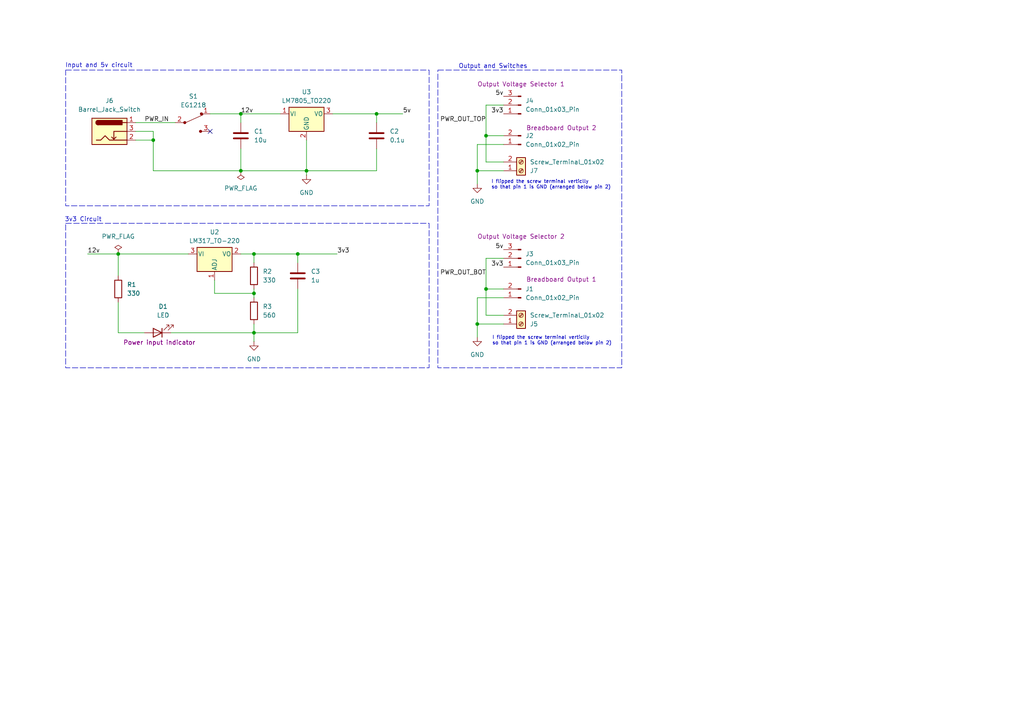
<source format=kicad_sch>
(kicad_sch (version 20231120) (generator "eeschema") (generator_version "8.0")
  (paper "A4")
  (title_block (title "Breadboard Power Supply") (date "2024-03-17") (rev "1.0") (company "GG Engenharia"))
  (lib_symbols
    (symbol "Connector:Barrel_Jack_Switch" (pin_names hide)
      (property "Reference" "J" (at 0 5.334 0))
      (property "Value" "Barrel_Jack_Switch" (at 0 -5.08 0))
      (symbol "Barrel_Jack_Switch_0_1"
        (rectangle (start -5.08 3.81) (end 5.08 -3.81) (stroke (width 0.254)) (fill (type background)))
        (arc (start -3.302 3.175) (mid -3.9343 2.54) (end -3.302 1.905) (stroke (width 0.254)))
        (arc (start -3.302 3.175) (mid -3.9343 2.54) (end -3.302 1.905) (stroke (width 0.254)) (fill (type outline)))
        (polyline (pts (xy 1.27 -2.286) (xy 1.905 -1.651)) (stroke (width 0.254)))
        (polyline (pts (xy 5.08 2.54) (xy 3.81 2.54)) (stroke (width 0.254)))
        (polyline (pts (xy 5.08 0) (xy 1.27 0) (xy 1.27 -2.286) (xy 0.635 -1.651)) (stroke (width 0.254)))
        (polyline (pts (xy -3.81 -2.54) (xy -2.54 -2.54) (xy -1.27 -1.27) (xy 0 -2.54) (xy 2.54 -2.54) (xy 5.08 -2.54)) (stroke (width 0.254)))
        (rectangle (start 3.683 3.175) (end -3.302 1.905) (stroke (width 0.254)) (fill (type outline)))
      )
      (symbol "Barrel_Jack_Switch_1_1"
        (pin passive line (at 7.62 2.54 180) (length 2.54) (name "~") (number "1"))
        (pin passive line (at 7.62 -2.54 180) (length 2.54) (name "~") (number "2"))
        (pin passive line (at 7.62 0 180) (length 2.54) (name "~") (number "3"))
      )
    )
    (symbol "Connector:Conn_01x02_Pin" (pin_names (offset 1.016) hide)
      (property "Reference" "J" (at 0 2.54 0))
      (property "Value" "Conn_01x02_Pin" (at 0 -5.08 0))
      (symbol "Conn_01x02_Pin_1_1"
        (polyline (pts (xy 1.27 -2.54) (xy 0.8636 -2.54)) (stroke (width 0.1524)))
        (polyline (pts (xy 1.27 0) (xy 0.8636 0)) (stroke (width 0.1524)))
        (rectangle (start 0.8636 -2.413) (end 0 -2.667) (stroke (width 0.1524)) (fill (type outline)))
        (rectangle (start 0.8636 0.127) (end 0 -0.127) (stroke (width 0.1524)) (fill (type outline)))
        (pin passive line (at 5.08 0 180) (length 3.81) (name "Pin_1") (number "1"))
        (pin passive line (at 5.08 -2.54 180) (length 3.81) (name "Pin_2") (number "2"))
      )
    )
    (symbol "Connector:Conn_01x03_Pin" (pin_names (offset 1.016) hide)
      (property "Reference" "J" (at 0 5.08 0))
      (property "Value" "Conn_01x03_Pin" (at 0 -5.08 0))
      (symbol "Conn_01x03_Pin_1_1"
        (polyline (pts (xy 1.27 -2.54) (xy 0.8636 -2.54)) (stroke (width 0.1524)))
        (polyline (pts (xy 1.27 0) (xy 0.8636 0)) (stroke (width 0.1524)))
        (polyline (pts (xy 1.27 2.54) (xy 0.8636 2.54)) (stroke (width 0.1524)))
        (rectangle (start 0.8636 -2.413) (end 0 -2.667) (stroke (width 0.1524)) (fill (type outline)))
        (rectangle (start 0.8636 0.127) (end 0 -0.127) (stroke (width 0.1524)) (fill (type outline)))
        (rectangle (start 0.8636 2.667) (end 0 2.413) (stroke (width 0.1524)) (fill (type outline)))
        (pin passive line (at 5.08 2.54 180) (length 3.81) (name "Pin_1") (number "1"))
        (pin passive line (at 5.08 0 180) (length 3.81) (name "Pin_2") (number "2"))
        (pin passive line (at 5.08 -2.54 180) (length 3.81) (name "Pin_3") (number "3"))
      )
    )
    (symbol "Connector:Screw_Terminal_01x02" (pin_names (offset 1.016) hide)
      (property "Reference" "J" (at 0 2.54 0))
      (property "Value" "Screw_Terminal_01x02" (at 0 -5.08 0))
      (symbol "Screw_Terminal_01x02_1_1"
        (rectangle (start -1.27 1.27) (end 1.27 -3.81) (stroke (width 0.254)) (fill (type background)))
        (circle (center 0 -2.54) (radius 0.635) (stroke (width 0.1524)))
        (polyline (pts (xy -0.5334 -2.2098) (xy 0.3302 -3.048)) (stroke (width 0.1524)))
        (polyline (pts (xy -0.5334 0.3302) (xy 0.3302 -0.508)) (stroke (width 0.1524)))
        (polyline (pts (xy -0.3556 -2.032) (xy 0.508 -2.8702)) (stroke (width 0.1524)))
        (polyline (pts (xy -0.3556 0.508) (xy 0.508 -0.3302)) (stroke (width 0.1524)))
        (circle (center 0 0) (radius 0.635) (stroke (width 0.1524)))
        (pin passive line (at -5.08 0 0) (length 3.81) (name "Pin_1") (number "1"))
        (pin passive line (at -5.08 -2.54 0) (length 3.81) (name "Pin_2") (number "2"))
      )
    )
    (symbol "Device:C" (pin_numbers hide) (pin_names (offset 0.254))
      (property "Reference" "C" (at 0.635 2.54 0))
      (property "Value" "C" (at 0.635 -2.54 0))
      (symbol "C_0_1"
        (polyline (pts (xy -2.032 -0.762) (xy 2.032 -0.762)) (stroke (width 0.508)))
        (polyline (pts (xy -2.032 0.762) (xy 2.032 0.762)) (stroke (width 0.508)))
      )
      (symbol "C_1_1"
        (pin passive line (at 0 3.81 270) (length 2.794) (name "~") (number "1"))
        (pin passive line (at 0 -3.81 90) (length 2.794) (name "~") (number "2"))
      )
    )
    (symbol "Device:LED" (pin_numbers hide) (pin_names (offset 1.016) hide)
      (property "Reference" "D" (at 0 2.54 0))
      (property "Value" "LED" (at 0 -2.54 0))
      (symbol "LED_0_1"
        (polyline (pts (xy -1.27 -1.27) (xy -1.27 1.27)) (stroke (width 0.254)))
        (polyline (pts (xy -1.27 0) (xy 1.27 0)))
        (polyline (pts (xy 1.27 -1.27) (xy 1.27 1.27) (xy -1.27 0) (xy 1.27 -1.27)) (stroke (width 0.254)))
        (polyline (pts (xy -3.048 -0.762) (xy -4.572 -2.286) (xy -3.81 -2.286) (xy -4.572 -2.286) (xy -4.572 -1.524)))
        (polyline (pts (xy -1.778 -0.762) (xy -3.302 -2.286) (xy -2.54 -2.286) (xy -3.302 -2.286) (xy -3.302 -1.524)))
      )
      (symbol "LED_1_1"
        (pin passive line (at -3.81 0 0) (length 2.54) (name "K") (number "1"))
        (pin passive line (at 3.81 0 180) (length 2.54) (name "A") (number "2"))
      )
    )
    (symbol "Device:R" (pin_numbers hide) (pin_names (offset 0))
      (property "Reference" "R" (at 2.032 0 90))
      (property "Value" "R" (at 0 0 90))
      (symbol "R_0_1"
        (rectangle (start -1.016 -2.54) (end 1.016 2.54) (stroke (width 0.254)))
      )
      (symbol "R_1_1"
        (pin passive line (at 0 3.81 270) (length 1.27) (name "~") (number "1"))
        (pin passive line (at 0 -3.81 90) (length 1.27) (name "~") (number "2"))
      )
    )
    (symbol "Regulator_Linear:LM317_TO-220" (pin_names (offset 0.254))
      (property "Reference" "U" (at -3.81 3.175 0))
      (property "Value" "LM317_TO-220" (at 0 3.175 0))
      (symbol "LM317_TO-220_0_1"
        (rectangle (start -5.08 1.905) (end 5.08 -5.08) (stroke (width 0.254)) (fill (type background)))
      )
      (symbol "LM317_TO-220_1_1"
        (pin input line (at 0 -7.62 90) (length 2.54) (name "ADJ") (number "1"))
        (pin power_out line (at 7.62 0 180) (length 2.54) (name "VO") (number "2"))
        (pin power_in line (at -7.62 0 0) (length 2.54) (name "VI") (number "3"))
      )
    )
    (symbol "Regulator_Linear:LM7805_TO220" (pin_names (offset 0.254))
      (property "Reference" "U" (at -3.81 3.175 0))
      (property "Value" "LM7805_TO220" (at 0 3.175 0))
      (symbol "LM7805_TO220_0_1"
        (rectangle (start -5.08 1.905) (end 5.08 -5.08) (stroke (width 0.254)) (fill (type background)))
      )
      (symbol "LM7805_TO220_1_1"
        (pin power_in line (at -7.62 0 0) (length 2.54) (name "VI") (number "1"))
        (pin power_in line (at 0 -7.62 90) (length 2.54) (name "GND") (number "2"))
        (pin power_out line (at 7.62 0 180) (length 2.54) (name "VO") (number "3"))
      )
    )
    (symbol "dk_Slide-Switches:EG1218" (pin_names (offset 0))
      (property "Reference" "S" (at -3.81 2.286 0))
      (property "Value" "EG1218" (at 0 -5.334 0))
      (symbol "EG1218_0_1"
        (circle (center -2.286 0) (radius 0.3556) (fill (type outline)))
        (polyline (pts (xy -2.032 0) (xy 3.048 2.286)))
        (circle (center 2.286 -2.54) (radius 0.3556) (fill (type outline)))
        (circle (center 2.54 2.54) (radius 0.3556) (fill (type outline)))
      )
      (symbol "EG1218_1_1"
        (pin passive line (at 5.08 2.54 180) (length 2.54) (name "~") (number "1"))
        (pin passive line (at -5.08 0 0) (length 2.54) (name "~") (number "2"))
        (pin passive line (at 5.08 -2.54 180) (length 2.54) (name "~") (number "3"))
      )
    )
    (symbol "power:GND" (power) (pin_numbers hide) (pin_names (offset 0) hide)
      (property "Value" "GND" (at 0 -3.81 0))
      (symbol "GND_0_1"
        (polyline (pts (xy 0 0) (xy 0 -1.27) (xy 1.27 -1.27) (xy 0 -2.54) (xy -1.27 -1.27) (xy 0 -1.27)))
      )
      (symbol "GND_1_1"
        (pin power_in line (at 0 0 270) (length 0) (name "~") (number "1"))
      )
    )
    (symbol "power:PWR_FLAG" (power) (pin_numbers hide) (pin_names (offset 0) hide)
      (property "Value" "PWR_FLAG" (at 0 3.81 0))
      (symbol "PWR_FLAG_0_0"
        (pin power_out line (at 0 0 90) (length 0) (name "~") (number "1"))
      )
      (symbol "PWR_FLAG_0_1"
        (polyline (pts (xy 0 0) (xy 0 1.27) (xy -1.016 1.905) (xy 0 2.54) (xy 1.016 1.905) (xy 0 1.27)))
      )
    )
  )
  (junction (at 86.36 73.66))
  (junction (at 109.22 33.02))
  (junction (at 88.9 49.53))
  (junction (at 73.66 85.09))
  (junction (at 44.45 40.64))
  (junction (at 69.85 49.53))
  (junction (at 140.97 39.37))
  (junction (at 73.66 73.66))
  (junction (at 69.85 33.02))
  (junction (at 138.43 49.53))
  (junction (at 34.29 73.66))
  (junction (at 73.66 96.52))
  (junction (at 140.97 83.82))
  (junction (at 138.43 93.98))
  (no_connect (at 60.96 38.1))
  (wire (pts (xy 39.37 40.64) (xy 44.45 40.64)))
  (wire (pts (xy 109.22 33.02) (xy 116.84 33.02)))
  (wire (pts (xy 69.85 49.53) (xy 88.9 49.53)))
  (wire (pts (xy 138.43 49.53) (xy 138.43 41.91)))
  (wire (pts (xy 146.05 74.93) (xy 140.97 74.93)))
  (wire (pts (xy 146.05 46.99) (xy 140.97 46.99)))
  (wire (pts (xy 138.43 86.36) (xy 146.05 86.36)))
  (wire (pts (xy 86.36 83.82) (xy 86.36 96.52)))
  (wire (pts (xy 73.66 73.66) (xy 69.85 73.66)))
  (wire (pts (xy 140.97 46.99) (xy 140.97 39.37)))
  (wire (pts (xy 62.23 81.28) (xy 62.23 85.09)))
  (wire (pts (xy 69.85 33.02) (xy 69.85 35.56)))
  (wire (pts (xy 73.66 93.98) (xy 73.66 96.52)))
  (wire (pts (xy 60.96 33.02) (xy 69.85 33.02)))
  (wire (pts (xy 69.85 43.18) (xy 69.85 49.53)))
  (wire (pts (xy 39.37 35.56) (xy 50.8 35.56)))
  (wire (pts (xy 34.29 96.52) (xy 41.91 96.52)))
  (wire (pts (xy 88.9 40.64) (xy 88.9 49.53)))
  (wire (pts (xy 34.29 87.63) (xy 34.29 96.52)))
  (wire (pts (xy 140.97 39.37) (xy 146.05 39.37)))
  (wire (pts (xy 73.66 96.52) (xy 86.36 96.52)))
  (wire (pts (xy 34.29 73.66) (xy 34.29 80.01)))
  (wire (pts (xy 49.53 96.52) (xy 73.66 96.52)))
  (wire (pts (xy 140.97 74.93) (xy 140.97 83.82)))
  (wire (pts (xy 25.4 73.66) (xy 34.29 73.66)))
  (wire (pts (xy 88.9 49.53) (xy 88.9 50.8)))
  (wire (pts (xy 34.29 73.66) (xy 54.61 73.66)))
  (wire (pts (xy 109.22 43.18) (xy 109.22 49.53)))
  (wire (pts (xy 39.37 38.1) (xy 44.45 38.1)))
  (wire (pts (xy 44.45 49.53) (xy 69.85 49.53)))
  (wire (pts (xy 109.22 33.02) (xy 109.22 35.56)))
  (wire (pts (xy 140.97 83.82) (xy 146.05 83.82)))
  (wire (pts (xy 73.66 73.66) (xy 86.36 73.66)))
  (wire (pts (xy 109.22 49.53) (xy 88.9 49.53)))
  (wire (pts (xy 138.43 93.98) (xy 146.05 93.98)))
  (wire (pts (xy 44.45 38.1) (xy 44.45 40.64)))
  (wire (pts (xy 138.43 41.91) (xy 146.05 41.91)))
  (wire (pts (xy 73.66 85.09) (xy 73.66 86.36)))
  (wire (pts (xy 86.36 73.66) (xy 97.79 73.66)))
  (wire (pts (xy 138.43 53.34) (xy 138.43 49.53)))
  (wire (pts (xy 138.43 49.53) (xy 146.05 49.53)))
  (wire (pts (xy 138.43 86.36) (xy 138.43 93.98)))
  (wire (pts (xy 69.85 33.02) (xy 81.28 33.02)))
  (wire (pts (xy 138.43 97.79) (xy 138.43 93.98)))
  (wire (pts (xy 73.66 83.82) (xy 73.66 85.09)))
  (wire (pts (xy 140.97 30.48) (xy 140.97 39.37)))
  (wire (pts (xy 44.45 40.64) (xy 44.45 49.53)))
  (wire (pts (xy 73.66 76.2) (xy 73.66 73.66)))
  (wire (pts (xy 86.36 73.66) (xy 86.36 76.2)))
  (wire (pts (xy 73.66 96.52) (xy 73.66 99.06)))
  (wire (pts (xy 140.97 83.82) (xy 140.97 91.44)))
  (wire (pts (xy 62.23 85.09) (xy 73.66 85.09)))
  (wire (pts (xy 140.97 91.44) (xy 146.05 91.44)))
  (wire (pts (xy 140.97 30.48) (xy 146.05 30.48)))
  (wire (pts (xy 96.52 33.02) (xy 109.22 33.02)))
  (rectangle (start 19.05 64.77) (end 124.46 106.68) (stroke (width 0) (type dash)))
  (rectangle (start 19.05 20.32) (end 124.46 59.69) (stroke (width 0) (type dash)))
  (rectangle (start 127 20.32) (end 180.34 106.68) (stroke (width 0) (type dash)))
  (text "Output and Switches" (at 143.002 19.304 0) (effects (font (size 1.27 1.27))))
  (text "3v3 Circuit" (at 24.13 63.754 0) (effects (font (size 1.27 1.27))))
  (text "I flipped the screw terminal verticlly\nso that pin 1 is GND (arranged below pin 2)" (at 142.494 53.594 0) (effects (font (size 1 1)) (justify left)))
  (text "Input and 5v circuit" (at 28.702 19.05 0) (effects (font (size 1.27 1.27))))
  (text "I flipped the screw terminal verticlly\nso that pin 1 is GND (arranged below pin 2)" (at 142.748 98.806 0) (effects (font (size 1 1)) (justify left)))
  (label "PWR_IN" (at 41.91 35.56 0))
  (label "3v3" (at 146.05 33.02 180))
  (label "3v3" (at 146.05 77.47 180))
  (label "3v3" (at 97.79 73.66 0))
  (label "PWR_OUT_BOT" (at 140.97 80.01 180))
  (label "5v" (at 146.05 27.94 180))
  (label "12v" (at 25.4 73.66 0))
  (label "12v" (at 69.85 33.02 0))
  (label "5v" (at 146.05 72.39 180))
  (label "PWR_OUT_TOP" (at 140.97 35.56 180))
  (label "5v" (at 116.84 33.02 0))
  (symbol (lib_id "Connector:Conn_01x02_Pin") (at 151.13 41.91 180) (unit 1)
    (property "Reference" "J2" (at 152.4 39.3699 0) (effects (justify right)))
    (property "Value" "Conn_01x02_Pin" (at 152.4 41.9099 0) (effects (justify right)))
    (property "Footprint" "Connector_PinHeader_2.54mm:PinHeader_1x02_P2.54mm_Vertical" (effects (hide yes)))
    (property "Description" "Generic connector, single row, 01x02, script generated" (effects (hide yes)))
    (property "Purpose" "Breadboard Output 2" (at 162.814 37.084 0))
  )
  (symbol (lib_id "Connector:Conn_01x03_Pin") (at 151.13 74.93 180) (unit 1)
    (property "Reference" "J3" (at 152.4 73.6599 0) (effects (justify right)))
    (property "Value" "Conn_01x03_Pin" (at 152.4 76.1999 0) (effects (justify right)))
    (property "Footprint" "Connector_PinHeader_2.54mm:PinHeader_1x03_P2.54mm_Vertical" (effects (hide yes)))
    (property "Description" "Generic connector, single row, 01x03, script generated" (effects (hide yes)))
    (property "Purpose" "Output Voltage Selector 2" (at 151.13 68.58 0))
  )
  (symbol (lib_id "Regulator_Linear:LM317_TO-220") (at 62.23 73.66 0) (unit 1)
    (property "Reference" "U2" (at 62.23 67.31 0))
    (property "Value" "LM317_TO-220" (at 62.23 69.85 0))
    (property "Footprint" "Package_TO_SOT_THT:TO-220-3_Vertical" (effects (hide yes)))
    (property "Datasheet" "http://www.ti.com/lit/ds/symlink/lm317.pdf" (effects (hide yes)))
    (property "Description" "1.5A 35V Adjustable Linear Regulator, TO-220" (effects (hide yes)))
  )
  (symbol (lib_id "Connector:Screw_Terminal_01x02") (at 151.13 93.98 0) (mirror x) (unit 1)
    (property "Reference" "J5" (at 153.67 93.9801 0) (effects (justify left)))
    (property "Value" "Screw_Terminal_01x02" (at 153.67 91.4401 0) (effects (justify left)))
    (property "Footprint" "TerminalBlock:TerminalBlock_bornier-2_P5.08mm" (effects (hide yes)))
    (property "Description" "Generic screw terminal, single row, 01x02, script generated (kicad-library-utils/schlib/autogen/connector/)" (effects (hide yes)))
  )
  (symbol (lib_id "Device:R") (at 73.66 80.01 180) (unit 1)
    (property "Reference" "R2" (at 76.2 78.7399 0) (effects (justify right)))
    (property "Value" "330" (at 76.2 81.2799 0) (effects (justify right)))
    (property "Footprint" "Resistor_THT:R_Axial_DIN0204_L3.6mm_D1.6mm_P7.62mm_Horizontal" (effects (hide yes)))
    (property "Description" "Resistor" (effects (hide yes)))
  )
  (symbol (lib_id "power:GND") (at 73.66 99.06 0) (unit 1)
    (property "Reference" "#PWR02" (effects (hide yes)))
    (property "Value" "GND" (at 73.66 104.14 0))
    (property "Description" "Power symbol creates a global label with name \"GND\" , ground" (effects (hide yes)))
  )
  (symbol (lib_id "power:GND") (at 138.43 97.79 0) (unit 1)
    (property "Reference" "#PWR04" (effects (hide yes)))
    (property "Value" "GND" (at 138.43 102.87 0))
    (property "Description" "Power symbol creates a global label with name \"GND\" , ground" (effects (hide yes)))
  )
  (symbol (lib_id "Device:LED") (at 45.72 96.52 180) (unit 1)
    (property "Reference" "D1" (at 47.3075 88.9 0))
    (property "Value" "LED" (at 47.3075 91.44 0))
    (property "Footprint" "LED_THT:LED_D5.0mm" (effects (hide yes)))
    (property "Description" "Light emitting diode" (effects (hide yes)))
    (property "Purpose" "Power input indicator" (at 46.228 99.314 0))
  )
  (symbol (lib_id "Device:C") (at 86.36 80.01 0) (unit 1)
    (property "Reference" "C3" (at 90.17 78.7399 0) (effects (justify left)))
    (property "Value" "1u" (at 90.17 81.2799 0) (effects (justify left)))
    (property "Footprint" "Capacitor_THT:C_Disc_D3.0mm_W1.6mm_P2.50mm" (effects (hide yes)))
    (property "Description" "Unpolarized capacitor" (effects (hide yes)))
  )
  (symbol (lib_id "power:GND") (at 88.9 50.8 0) (unit 1)
    (property "Reference" "#PWR01" (effects (hide yes)))
    (property "Value" "GND" (at 88.9 55.88 0))
    (property "Description" "Power symbol creates a global label with name \"GND\" , ground" (effects (hide yes)))
  )
  (symbol (lib_id "Device:R") (at 34.29 83.82 180) (unit 1)
    (property "Reference" "R1" (at 36.83 82.5499 0) (effects (justify right)))
    (property "Value" "330" (at 36.83 85.0899 0) (effects (justify right)))
    (property "Footprint" "Resistor_THT:R_Axial_DIN0204_L3.6mm_D1.6mm_P7.62mm_Horizontal" (effects (hide yes)))
    (property "Description" "Resistor" (effects (hide yes)))
  )
  (symbol (lib_id "power:PWR_FLAG") (at 34.29 73.66 0) (unit 1)
    (property "Reference" "#FLG02" (effects (hide yes)))
    (property "Value" "PWR_FLAG" (at 34.29 68.58 0))
    (property "Description" "Special symbol for telling ERC where power comes from" (effects (hide yes)))
  )
  (symbol (lib_id "Device:R") (at 73.66 90.17 180) (unit 1)
    (property "Reference" "R3" (at 76.2 88.8999 0) (effects (justify right)))
    (property "Value" "560" (at 76.2 91.4399 0) (effects (justify right)))
    (property "Footprint" "Resistor_THT:R_Axial_DIN0204_L3.6mm_D1.6mm_P7.62mm_Horizontal" (effects (hide yes)))
    (property "Description" "Resistor" (effects (hide yes)))
  )
  (symbol (lib_id "Regulator_Linear:LM7805_TO220") (at 88.9 33.02 0) (unit 1)
    (property "Reference" "U3" (at 88.9 26.67 0))
    (property "Value" "LM7805_TO220" (at 88.9 29.21 0))
    (property "Footprint" "Package_TO_SOT_THT:TO-220-3_Vertical" (effects (hide yes)))
    (property "Datasheet" "https://www.onsemi.cn/PowerSolutions/document/MC7800-D.PDF" (effects (hide yes)))
    (property "Description" "Positive 1A 35V Linear Regulator, Fixed Output 5V, TO-220" (effects (hide yes)))
  )
  (symbol (lib_id "power:GND") (at 138.43 53.34 0) (unit 1)
    (property "Reference" "#PWR03" (effects (hide yes)))
    (property "Value" "GND" (at 138.43 58.42 0))
    (property "Description" "Power symbol creates a global label with name \"GND\" , ground" (effects (hide yes)))
  )
  (symbol (lib_id "Device:C") (at 69.85 39.37 0) (unit 1)
    (property "Reference" "C1" (at 73.66 38.0999 0) (effects (justify left)))
    (property "Value" "10u" (at 73.66 40.6399 0) (effects (justify left)))
    (property "Footprint" "Capacitor_THT:C_Disc_D3.0mm_W1.6mm_P2.50mm" (effects (hide yes)))
    (property "Description" "Unpolarized capacitor" (effects (hide yes)))
  )
  (symbol (lib_id "Device:C") (at 109.22 39.37 0) (unit 1)
    (property "Reference" "C2" (at 113.03 38.0999 0) (effects (justify left)))
    (property "Value" "0.1u" (at 113.03 40.6399 0) (effects (justify left)))
    (property "Footprint" "Capacitor_THT:C_Disc_D3.0mm_W1.6mm_P2.50mm" (effects (hide yes)))
    (property "Description" "Unpolarized capacitor" (effects (hide yes)))
  )
  (symbol (lib_id "Connector:Screw_Terminal_01x02") (at 151.13 49.53 0) (mirror x) (unit 1)
    (property "Reference" "J7" (at 153.67 49.5301 0) (effects (justify left)))
    (property "Value" "Screw_Terminal_01x02" (at 153.67 46.9901 0) (effects (justify left)))
    (property "Footprint" "TerminalBlock:TerminalBlock_bornier-2_P5.08mm" (effects (hide yes)))
    (property "Description" "Generic screw terminal, single row, 01x02, script generated (kicad-library-utils/schlib/autogen/connector/)" (effects (hide yes)))
  )
  (symbol (lib_id "Connector:Barrel_Jack_Switch") (at 31.75 38.1 0) (unit 1)
    (property "Reference" "J6" (at 31.75 29.21 0))
    (property "Value" "Barrel_Jack_Switch" (at 31.75 31.75 0))
    (property "Footprint" "Connector_BarrelJack:BarrelJack_Horizontal" (effects (hide yes)))
    (property "Description" "DC Barrel Jack with an internal switch" (effects (hide yes)))
  )
  (symbol (lib_id "Connector:Conn_01x02_Pin") (at 151.13 86.36 180) (unit 1)
    (property "Reference" "J1" (at 152.4 83.8199 0) (effects (justify right)))
    (property "Value" "Conn_01x02_Pin" (at 152.4 86.3599 0) (effects (justify right)))
    (property "Footprint" "Connector_PinHeader_2.54mm:PinHeader_1x02_P2.54mm_Vertical" (effects (hide yes)))
    (property "Description" "Generic connector, single row, 01x02, script generated" (effects (hide yes)))
    (property "Purpose" "Breadboard Output 1" (at 162.814 81.026 0))
  )
  (symbol (lib_id "power:PWR_FLAG") (at 69.85 49.53 180) (unit 1)
    (property "Reference" "#FLG01" (effects (hide yes)))
    (property "Value" "PWR_FLAG" (at 69.85 54.61 0))
    (property "Description" "Special symbol for telling ERC where power comes from" (effects (hide yes)))
  )
  (symbol (lib_id "dk_Slide-Switches:EG1218") (at 55.88 35.56 0) (unit 1)
    (property "Reference" "S1" (at 56.0832 27.94 0))
    (property "Value" "EG1218" (at 56.0832 30.48 0))
    (property "Footprint" "digikey-footprints:Switch_Slide_11.6x4mm_EG1218" (effects (hide yes)))
    (property "Datasheet" "http://spec_sheets.e-switch.com/specs/P040040.pdf" (effects (hide yes)))
    (property "Description" "SWITCH SLIDE SPDT 200MA 30V" (effects (hide yes)))
    (property "MPN" "EG1218" (effects (hide yes)))
    (property "Category" "Switches" (effects (hide yes)))
    (property "Family" "Slide Switches" (effects (hide yes)))
    (property "DK_Datasheet_Link" "http://spec_sheets.e-switch.com/specs/P040040.pdf" (effects (hide yes)))
    (property "DK_Detail_Page" "/product-detail/en/e-switch/EG1218/EG1903-ND/101726" (effects (hide yes)))
    (property "Description_1" "SWITCH SLIDE SPDT 200MA 30V" (effects (hide yes)))
    (property "Manufacturer" "E-Switch" (effects (hide yes)))
    (property "Status" "Active" (effects (hide yes)))
  )
  (symbol (lib_id "Connector:Conn_01x03_Pin") (at 151.13 30.48 180) (unit 1)
    (property "Reference" "J4" (at 152.4 29.2099 0) (effects (justify right)))
    (property "Value" "Conn_01x03_Pin" (at 152.4 31.7499 0) (effects (justify right)))
    (property "Footprint" "Connector_PinHeader_2.54mm:PinHeader_1x03_P2.54mm_Vertical" (effects (hide yes)))
    (property "Description" "Generic connector, single row, 01x03, script generated" (effects (hide yes)))
    (property "Purpose" "Output Voltage Selector 1" (at 151.13 24.384 0))
  )
)
</source>
